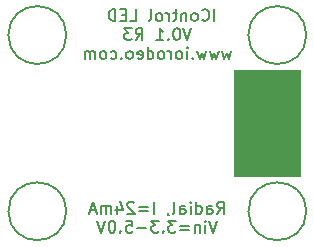
<source format=gbo>
%TF.GenerationSoftware,KiCad,Pcbnew,7.0.10-7.0.10~ubuntu22.04.1*%
%TF.CreationDate,2024-10-01T11:43:18-07:00*%
%TF.ProjectId,radial_24mA,72616469-616c-45f3-9234-6d412e6b6963,rev?*%
%TF.SameCoordinates,Original*%
%TF.FileFunction,Legend,Bot*%
%TF.FilePolarity,Positive*%
%FSLAX46Y46*%
G04 Gerber Fmt 4.6, Leading zero omitted, Abs format (unit mm)*
G04 Created by KiCad (PCBNEW 7.0.10-7.0.10~ubuntu22.04.1) date 2024-10-01 11:43:18*
%MOMM*%
%LPD*%
G01*
G04 APERTURE LIST*
%ADD10C,0.120000*%
%ADD11C,0.150000*%
G04 APERTURE END LIST*
D10*
X69202300Y-55500000D02*
X74777600Y-55500000D01*
X74777600Y-64500000D01*
X69202300Y-64500000D01*
X69202300Y-55500000D01*
G36*
X69202300Y-55500000D02*
G01*
X74777600Y-55500000D01*
X74777600Y-64500000D01*
X69202300Y-64500000D01*
X69202300Y-55500000D01*
G37*
D11*
X67771428Y-67649819D02*
X68104761Y-67173628D01*
X68342856Y-67649819D02*
X68342856Y-66649819D01*
X68342856Y-66649819D02*
X67961904Y-66649819D01*
X67961904Y-66649819D02*
X67866666Y-66697438D01*
X67866666Y-66697438D02*
X67819047Y-66745057D01*
X67819047Y-66745057D02*
X67771428Y-66840295D01*
X67771428Y-66840295D02*
X67771428Y-66983152D01*
X67771428Y-66983152D02*
X67819047Y-67078390D01*
X67819047Y-67078390D02*
X67866666Y-67126009D01*
X67866666Y-67126009D02*
X67961904Y-67173628D01*
X67961904Y-67173628D02*
X68342856Y-67173628D01*
X66914285Y-67649819D02*
X66914285Y-67126009D01*
X66914285Y-67126009D02*
X66961904Y-67030771D01*
X66961904Y-67030771D02*
X67057142Y-66983152D01*
X67057142Y-66983152D02*
X67247618Y-66983152D01*
X67247618Y-66983152D02*
X67342856Y-67030771D01*
X66914285Y-67602200D02*
X67009523Y-67649819D01*
X67009523Y-67649819D02*
X67247618Y-67649819D01*
X67247618Y-67649819D02*
X67342856Y-67602200D01*
X67342856Y-67602200D02*
X67390475Y-67506961D01*
X67390475Y-67506961D02*
X67390475Y-67411723D01*
X67390475Y-67411723D02*
X67342856Y-67316485D01*
X67342856Y-67316485D02*
X67247618Y-67268866D01*
X67247618Y-67268866D02*
X67009523Y-67268866D01*
X67009523Y-67268866D02*
X66914285Y-67221247D01*
X66009523Y-67649819D02*
X66009523Y-66649819D01*
X66009523Y-67602200D02*
X66104761Y-67649819D01*
X66104761Y-67649819D02*
X66295237Y-67649819D01*
X66295237Y-67649819D02*
X66390475Y-67602200D01*
X66390475Y-67602200D02*
X66438094Y-67554580D01*
X66438094Y-67554580D02*
X66485713Y-67459342D01*
X66485713Y-67459342D02*
X66485713Y-67173628D01*
X66485713Y-67173628D02*
X66438094Y-67078390D01*
X66438094Y-67078390D02*
X66390475Y-67030771D01*
X66390475Y-67030771D02*
X66295237Y-66983152D01*
X66295237Y-66983152D02*
X66104761Y-66983152D01*
X66104761Y-66983152D02*
X66009523Y-67030771D01*
X65533332Y-67649819D02*
X65533332Y-66983152D01*
X65533332Y-66649819D02*
X65580951Y-66697438D01*
X65580951Y-66697438D02*
X65533332Y-66745057D01*
X65533332Y-66745057D02*
X65485713Y-66697438D01*
X65485713Y-66697438D02*
X65533332Y-66649819D01*
X65533332Y-66649819D02*
X65533332Y-66745057D01*
X64628571Y-67649819D02*
X64628571Y-67126009D01*
X64628571Y-67126009D02*
X64676190Y-67030771D01*
X64676190Y-67030771D02*
X64771428Y-66983152D01*
X64771428Y-66983152D02*
X64961904Y-66983152D01*
X64961904Y-66983152D02*
X65057142Y-67030771D01*
X64628571Y-67602200D02*
X64723809Y-67649819D01*
X64723809Y-67649819D02*
X64961904Y-67649819D01*
X64961904Y-67649819D02*
X65057142Y-67602200D01*
X65057142Y-67602200D02*
X65104761Y-67506961D01*
X65104761Y-67506961D02*
X65104761Y-67411723D01*
X65104761Y-67411723D02*
X65057142Y-67316485D01*
X65057142Y-67316485D02*
X64961904Y-67268866D01*
X64961904Y-67268866D02*
X64723809Y-67268866D01*
X64723809Y-67268866D02*
X64628571Y-67221247D01*
X64009523Y-67649819D02*
X64104761Y-67602200D01*
X64104761Y-67602200D02*
X64152380Y-67506961D01*
X64152380Y-67506961D02*
X64152380Y-66649819D01*
X63580951Y-67602200D02*
X63580951Y-67649819D01*
X63580951Y-67649819D02*
X63628570Y-67745057D01*
X63628570Y-67745057D02*
X63676189Y-67792676D01*
X62390475Y-67649819D02*
X62390475Y-66649819D01*
X61914285Y-67126009D02*
X61152381Y-67126009D01*
X61152381Y-67411723D02*
X61914285Y-67411723D01*
X60723809Y-66745057D02*
X60676190Y-66697438D01*
X60676190Y-66697438D02*
X60580952Y-66649819D01*
X60580952Y-66649819D02*
X60342857Y-66649819D01*
X60342857Y-66649819D02*
X60247619Y-66697438D01*
X60247619Y-66697438D02*
X60200000Y-66745057D01*
X60200000Y-66745057D02*
X60152381Y-66840295D01*
X60152381Y-66840295D02*
X60152381Y-66935533D01*
X60152381Y-66935533D02*
X60200000Y-67078390D01*
X60200000Y-67078390D02*
X60771428Y-67649819D01*
X60771428Y-67649819D02*
X60152381Y-67649819D01*
X59295238Y-66983152D02*
X59295238Y-67649819D01*
X59533333Y-66602200D02*
X59771428Y-67316485D01*
X59771428Y-67316485D02*
X59152381Y-67316485D01*
X58771428Y-67649819D02*
X58771428Y-66983152D01*
X58771428Y-67078390D02*
X58723809Y-67030771D01*
X58723809Y-67030771D02*
X58628571Y-66983152D01*
X58628571Y-66983152D02*
X58485714Y-66983152D01*
X58485714Y-66983152D02*
X58390476Y-67030771D01*
X58390476Y-67030771D02*
X58342857Y-67126009D01*
X58342857Y-67126009D02*
X58342857Y-67649819D01*
X58342857Y-67126009D02*
X58295238Y-67030771D01*
X58295238Y-67030771D02*
X58200000Y-66983152D01*
X58200000Y-66983152D02*
X58057143Y-66983152D01*
X58057143Y-66983152D02*
X57961904Y-67030771D01*
X57961904Y-67030771D02*
X57914285Y-67126009D01*
X57914285Y-67126009D02*
X57914285Y-67649819D01*
X57485714Y-67364104D02*
X57009524Y-67364104D01*
X57580952Y-67649819D02*
X57247619Y-66649819D01*
X57247619Y-66649819D02*
X56914286Y-67649819D01*
X67771427Y-68259819D02*
X67438094Y-69259819D01*
X67438094Y-69259819D02*
X67104761Y-68259819D01*
X66771427Y-69259819D02*
X66771427Y-68593152D01*
X66771427Y-68259819D02*
X66819046Y-68307438D01*
X66819046Y-68307438D02*
X66771427Y-68355057D01*
X66771427Y-68355057D02*
X66723808Y-68307438D01*
X66723808Y-68307438D02*
X66771427Y-68259819D01*
X66771427Y-68259819D02*
X66771427Y-68355057D01*
X66295237Y-68593152D02*
X66295237Y-69259819D01*
X66295237Y-68688390D02*
X66247618Y-68640771D01*
X66247618Y-68640771D02*
X66152380Y-68593152D01*
X66152380Y-68593152D02*
X66009523Y-68593152D01*
X66009523Y-68593152D02*
X65914285Y-68640771D01*
X65914285Y-68640771D02*
X65866666Y-68736009D01*
X65866666Y-68736009D02*
X65866666Y-69259819D01*
X65390475Y-68736009D02*
X64628571Y-68736009D01*
X64628571Y-69021723D02*
X65390475Y-69021723D01*
X64247618Y-68259819D02*
X63628571Y-68259819D01*
X63628571Y-68259819D02*
X63961904Y-68640771D01*
X63961904Y-68640771D02*
X63819047Y-68640771D01*
X63819047Y-68640771D02*
X63723809Y-68688390D01*
X63723809Y-68688390D02*
X63676190Y-68736009D01*
X63676190Y-68736009D02*
X63628571Y-68831247D01*
X63628571Y-68831247D02*
X63628571Y-69069342D01*
X63628571Y-69069342D02*
X63676190Y-69164580D01*
X63676190Y-69164580D02*
X63723809Y-69212200D01*
X63723809Y-69212200D02*
X63819047Y-69259819D01*
X63819047Y-69259819D02*
X64104761Y-69259819D01*
X64104761Y-69259819D02*
X64199999Y-69212200D01*
X64199999Y-69212200D02*
X64247618Y-69164580D01*
X63199999Y-69164580D02*
X63152380Y-69212200D01*
X63152380Y-69212200D02*
X63199999Y-69259819D01*
X63199999Y-69259819D02*
X63247618Y-69212200D01*
X63247618Y-69212200D02*
X63199999Y-69164580D01*
X63199999Y-69164580D02*
X63199999Y-69259819D01*
X62819047Y-68259819D02*
X62200000Y-68259819D01*
X62200000Y-68259819D02*
X62533333Y-68640771D01*
X62533333Y-68640771D02*
X62390476Y-68640771D01*
X62390476Y-68640771D02*
X62295238Y-68688390D01*
X62295238Y-68688390D02*
X62247619Y-68736009D01*
X62247619Y-68736009D02*
X62200000Y-68831247D01*
X62200000Y-68831247D02*
X62200000Y-69069342D01*
X62200000Y-69069342D02*
X62247619Y-69164580D01*
X62247619Y-69164580D02*
X62295238Y-69212200D01*
X62295238Y-69212200D02*
X62390476Y-69259819D01*
X62390476Y-69259819D02*
X62676190Y-69259819D01*
X62676190Y-69259819D02*
X62771428Y-69212200D01*
X62771428Y-69212200D02*
X62819047Y-69164580D01*
X61771428Y-68878866D02*
X61009524Y-68878866D01*
X60057143Y-68259819D02*
X60533333Y-68259819D01*
X60533333Y-68259819D02*
X60580952Y-68736009D01*
X60580952Y-68736009D02*
X60533333Y-68688390D01*
X60533333Y-68688390D02*
X60438095Y-68640771D01*
X60438095Y-68640771D02*
X60200000Y-68640771D01*
X60200000Y-68640771D02*
X60104762Y-68688390D01*
X60104762Y-68688390D02*
X60057143Y-68736009D01*
X60057143Y-68736009D02*
X60009524Y-68831247D01*
X60009524Y-68831247D02*
X60009524Y-69069342D01*
X60009524Y-69069342D02*
X60057143Y-69164580D01*
X60057143Y-69164580D02*
X60104762Y-69212200D01*
X60104762Y-69212200D02*
X60200000Y-69259819D01*
X60200000Y-69259819D02*
X60438095Y-69259819D01*
X60438095Y-69259819D02*
X60533333Y-69212200D01*
X60533333Y-69212200D02*
X60580952Y-69164580D01*
X59580952Y-69164580D02*
X59533333Y-69212200D01*
X59533333Y-69212200D02*
X59580952Y-69259819D01*
X59580952Y-69259819D02*
X59628571Y-69212200D01*
X59628571Y-69212200D02*
X59580952Y-69164580D01*
X59580952Y-69164580D02*
X59580952Y-69259819D01*
X58914286Y-68259819D02*
X58819048Y-68259819D01*
X58819048Y-68259819D02*
X58723810Y-68307438D01*
X58723810Y-68307438D02*
X58676191Y-68355057D01*
X58676191Y-68355057D02*
X58628572Y-68450295D01*
X58628572Y-68450295D02*
X58580953Y-68640771D01*
X58580953Y-68640771D02*
X58580953Y-68878866D01*
X58580953Y-68878866D02*
X58628572Y-69069342D01*
X58628572Y-69069342D02*
X58676191Y-69164580D01*
X58676191Y-69164580D02*
X58723810Y-69212200D01*
X58723810Y-69212200D02*
X58819048Y-69259819D01*
X58819048Y-69259819D02*
X58914286Y-69259819D01*
X58914286Y-69259819D02*
X59009524Y-69212200D01*
X59009524Y-69212200D02*
X59057143Y-69164580D01*
X59057143Y-69164580D02*
X59104762Y-69069342D01*
X59104762Y-69069342D02*
X59152381Y-68878866D01*
X59152381Y-68878866D02*
X59152381Y-68640771D01*
X59152381Y-68640771D02*
X59104762Y-68450295D01*
X59104762Y-68450295D02*
X59057143Y-68355057D01*
X59057143Y-68355057D02*
X59009524Y-68307438D01*
X59009524Y-68307438D02*
X58914286Y-68259819D01*
X58295238Y-68259819D02*
X57961905Y-69259819D01*
X57961905Y-69259819D02*
X57628572Y-68259819D01*
X67533333Y-51344819D02*
X67533333Y-50344819D01*
X66485715Y-51249580D02*
X66533334Y-51297200D01*
X66533334Y-51297200D02*
X66676191Y-51344819D01*
X66676191Y-51344819D02*
X66771429Y-51344819D01*
X66771429Y-51344819D02*
X66914286Y-51297200D01*
X66914286Y-51297200D02*
X67009524Y-51201961D01*
X67009524Y-51201961D02*
X67057143Y-51106723D01*
X67057143Y-51106723D02*
X67104762Y-50916247D01*
X67104762Y-50916247D02*
X67104762Y-50773390D01*
X67104762Y-50773390D02*
X67057143Y-50582914D01*
X67057143Y-50582914D02*
X67009524Y-50487676D01*
X67009524Y-50487676D02*
X66914286Y-50392438D01*
X66914286Y-50392438D02*
X66771429Y-50344819D01*
X66771429Y-50344819D02*
X66676191Y-50344819D01*
X66676191Y-50344819D02*
X66533334Y-50392438D01*
X66533334Y-50392438D02*
X66485715Y-50440057D01*
X65914286Y-51344819D02*
X66009524Y-51297200D01*
X66009524Y-51297200D02*
X66057143Y-51249580D01*
X66057143Y-51249580D02*
X66104762Y-51154342D01*
X66104762Y-51154342D02*
X66104762Y-50868628D01*
X66104762Y-50868628D02*
X66057143Y-50773390D01*
X66057143Y-50773390D02*
X66009524Y-50725771D01*
X66009524Y-50725771D02*
X65914286Y-50678152D01*
X65914286Y-50678152D02*
X65771429Y-50678152D01*
X65771429Y-50678152D02*
X65676191Y-50725771D01*
X65676191Y-50725771D02*
X65628572Y-50773390D01*
X65628572Y-50773390D02*
X65580953Y-50868628D01*
X65580953Y-50868628D02*
X65580953Y-51154342D01*
X65580953Y-51154342D02*
X65628572Y-51249580D01*
X65628572Y-51249580D02*
X65676191Y-51297200D01*
X65676191Y-51297200D02*
X65771429Y-51344819D01*
X65771429Y-51344819D02*
X65914286Y-51344819D01*
X65152381Y-50678152D02*
X65152381Y-51344819D01*
X65152381Y-50773390D02*
X65104762Y-50725771D01*
X65104762Y-50725771D02*
X65009524Y-50678152D01*
X65009524Y-50678152D02*
X64866667Y-50678152D01*
X64866667Y-50678152D02*
X64771429Y-50725771D01*
X64771429Y-50725771D02*
X64723810Y-50821009D01*
X64723810Y-50821009D02*
X64723810Y-51344819D01*
X64390476Y-50678152D02*
X64009524Y-50678152D01*
X64247619Y-50344819D02*
X64247619Y-51201961D01*
X64247619Y-51201961D02*
X64200000Y-51297200D01*
X64200000Y-51297200D02*
X64104762Y-51344819D01*
X64104762Y-51344819D02*
X64009524Y-51344819D01*
X63676190Y-51344819D02*
X63676190Y-50678152D01*
X63676190Y-50868628D02*
X63628571Y-50773390D01*
X63628571Y-50773390D02*
X63580952Y-50725771D01*
X63580952Y-50725771D02*
X63485714Y-50678152D01*
X63485714Y-50678152D02*
X63390476Y-50678152D01*
X62914285Y-51344819D02*
X63009523Y-51297200D01*
X63009523Y-51297200D02*
X63057142Y-51249580D01*
X63057142Y-51249580D02*
X63104761Y-51154342D01*
X63104761Y-51154342D02*
X63104761Y-50868628D01*
X63104761Y-50868628D02*
X63057142Y-50773390D01*
X63057142Y-50773390D02*
X63009523Y-50725771D01*
X63009523Y-50725771D02*
X62914285Y-50678152D01*
X62914285Y-50678152D02*
X62771428Y-50678152D01*
X62771428Y-50678152D02*
X62676190Y-50725771D01*
X62676190Y-50725771D02*
X62628571Y-50773390D01*
X62628571Y-50773390D02*
X62580952Y-50868628D01*
X62580952Y-50868628D02*
X62580952Y-51154342D01*
X62580952Y-51154342D02*
X62628571Y-51249580D01*
X62628571Y-51249580D02*
X62676190Y-51297200D01*
X62676190Y-51297200D02*
X62771428Y-51344819D01*
X62771428Y-51344819D02*
X62914285Y-51344819D01*
X62009523Y-51344819D02*
X62104761Y-51297200D01*
X62104761Y-51297200D02*
X62152380Y-51201961D01*
X62152380Y-51201961D02*
X62152380Y-50344819D01*
X60390475Y-51344819D02*
X60866665Y-51344819D01*
X60866665Y-51344819D02*
X60866665Y-50344819D01*
X60057141Y-50821009D02*
X59723808Y-50821009D01*
X59580951Y-51344819D02*
X60057141Y-51344819D01*
X60057141Y-51344819D02*
X60057141Y-50344819D01*
X60057141Y-50344819D02*
X59580951Y-50344819D01*
X59152379Y-51344819D02*
X59152379Y-50344819D01*
X59152379Y-50344819D02*
X58914284Y-50344819D01*
X58914284Y-50344819D02*
X58771427Y-50392438D01*
X58771427Y-50392438D02*
X58676189Y-50487676D01*
X58676189Y-50487676D02*
X58628570Y-50582914D01*
X58628570Y-50582914D02*
X58580951Y-50773390D01*
X58580951Y-50773390D02*
X58580951Y-50916247D01*
X58580951Y-50916247D02*
X58628570Y-51106723D01*
X58628570Y-51106723D02*
X58676189Y-51201961D01*
X58676189Y-51201961D02*
X58771427Y-51297200D01*
X58771427Y-51297200D02*
X58914284Y-51344819D01*
X58914284Y-51344819D02*
X59152379Y-51344819D01*
X65580951Y-51954819D02*
X65247618Y-52954819D01*
X65247618Y-52954819D02*
X64914285Y-51954819D01*
X64390475Y-51954819D02*
X64295237Y-51954819D01*
X64295237Y-51954819D02*
X64199999Y-52002438D01*
X64199999Y-52002438D02*
X64152380Y-52050057D01*
X64152380Y-52050057D02*
X64104761Y-52145295D01*
X64104761Y-52145295D02*
X64057142Y-52335771D01*
X64057142Y-52335771D02*
X64057142Y-52573866D01*
X64057142Y-52573866D02*
X64104761Y-52764342D01*
X64104761Y-52764342D02*
X64152380Y-52859580D01*
X64152380Y-52859580D02*
X64199999Y-52907200D01*
X64199999Y-52907200D02*
X64295237Y-52954819D01*
X64295237Y-52954819D02*
X64390475Y-52954819D01*
X64390475Y-52954819D02*
X64485713Y-52907200D01*
X64485713Y-52907200D02*
X64533332Y-52859580D01*
X64533332Y-52859580D02*
X64580951Y-52764342D01*
X64580951Y-52764342D02*
X64628570Y-52573866D01*
X64628570Y-52573866D02*
X64628570Y-52335771D01*
X64628570Y-52335771D02*
X64580951Y-52145295D01*
X64580951Y-52145295D02*
X64533332Y-52050057D01*
X64533332Y-52050057D02*
X64485713Y-52002438D01*
X64485713Y-52002438D02*
X64390475Y-51954819D01*
X63628570Y-52859580D02*
X63580951Y-52907200D01*
X63580951Y-52907200D02*
X63628570Y-52954819D01*
X63628570Y-52954819D02*
X63676189Y-52907200D01*
X63676189Y-52907200D02*
X63628570Y-52859580D01*
X63628570Y-52859580D02*
X63628570Y-52954819D01*
X62628571Y-52954819D02*
X63199999Y-52954819D01*
X62914285Y-52954819D02*
X62914285Y-51954819D01*
X62914285Y-51954819D02*
X63009523Y-52097676D01*
X63009523Y-52097676D02*
X63104761Y-52192914D01*
X63104761Y-52192914D02*
X63199999Y-52240533D01*
X60866666Y-52954819D02*
X61199999Y-52478628D01*
X61438094Y-52954819D02*
X61438094Y-51954819D01*
X61438094Y-51954819D02*
X61057142Y-51954819D01*
X61057142Y-51954819D02*
X60961904Y-52002438D01*
X60961904Y-52002438D02*
X60914285Y-52050057D01*
X60914285Y-52050057D02*
X60866666Y-52145295D01*
X60866666Y-52145295D02*
X60866666Y-52288152D01*
X60866666Y-52288152D02*
X60914285Y-52383390D01*
X60914285Y-52383390D02*
X60961904Y-52431009D01*
X60961904Y-52431009D02*
X61057142Y-52478628D01*
X61057142Y-52478628D02*
X61438094Y-52478628D01*
X60533332Y-51954819D02*
X59914285Y-51954819D01*
X59914285Y-51954819D02*
X60247618Y-52335771D01*
X60247618Y-52335771D02*
X60104761Y-52335771D01*
X60104761Y-52335771D02*
X60009523Y-52383390D01*
X60009523Y-52383390D02*
X59961904Y-52431009D01*
X59961904Y-52431009D02*
X59914285Y-52526247D01*
X59914285Y-52526247D02*
X59914285Y-52764342D01*
X59914285Y-52764342D02*
X59961904Y-52859580D01*
X59961904Y-52859580D02*
X60009523Y-52907200D01*
X60009523Y-52907200D02*
X60104761Y-52954819D01*
X60104761Y-52954819D02*
X60390475Y-52954819D01*
X60390475Y-52954819D02*
X60485713Y-52907200D01*
X60485713Y-52907200D02*
X60533332Y-52859580D01*
X68938094Y-53898152D02*
X68747618Y-54564819D01*
X68747618Y-54564819D02*
X68557142Y-54088628D01*
X68557142Y-54088628D02*
X68366666Y-54564819D01*
X68366666Y-54564819D02*
X68176190Y-53898152D01*
X67890475Y-53898152D02*
X67699999Y-54564819D01*
X67699999Y-54564819D02*
X67509523Y-54088628D01*
X67509523Y-54088628D02*
X67319047Y-54564819D01*
X67319047Y-54564819D02*
X67128571Y-53898152D01*
X66842856Y-53898152D02*
X66652380Y-54564819D01*
X66652380Y-54564819D02*
X66461904Y-54088628D01*
X66461904Y-54088628D02*
X66271428Y-54564819D01*
X66271428Y-54564819D02*
X66080952Y-53898152D01*
X65699999Y-54469580D02*
X65652380Y-54517200D01*
X65652380Y-54517200D02*
X65699999Y-54564819D01*
X65699999Y-54564819D02*
X65747618Y-54517200D01*
X65747618Y-54517200D02*
X65699999Y-54469580D01*
X65699999Y-54469580D02*
X65699999Y-54564819D01*
X65223809Y-54564819D02*
X65223809Y-53898152D01*
X65223809Y-53564819D02*
X65271428Y-53612438D01*
X65271428Y-53612438D02*
X65223809Y-53660057D01*
X65223809Y-53660057D02*
X65176190Y-53612438D01*
X65176190Y-53612438D02*
X65223809Y-53564819D01*
X65223809Y-53564819D02*
X65223809Y-53660057D01*
X64604762Y-54564819D02*
X64700000Y-54517200D01*
X64700000Y-54517200D02*
X64747619Y-54469580D01*
X64747619Y-54469580D02*
X64795238Y-54374342D01*
X64795238Y-54374342D02*
X64795238Y-54088628D01*
X64795238Y-54088628D02*
X64747619Y-53993390D01*
X64747619Y-53993390D02*
X64700000Y-53945771D01*
X64700000Y-53945771D02*
X64604762Y-53898152D01*
X64604762Y-53898152D02*
X64461905Y-53898152D01*
X64461905Y-53898152D02*
X64366667Y-53945771D01*
X64366667Y-53945771D02*
X64319048Y-53993390D01*
X64319048Y-53993390D02*
X64271429Y-54088628D01*
X64271429Y-54088628D02*
X64271429Y-54374342D01*
X64271429Y-54374342D02*
X64319048Y-54469580D01*
X64319048Y-54469580D02*
X64366667Y-54517200D01*
X64366667Y-54517200D02*
X64461905Y-54564819D01*
X64461905Y-54564819D02*
X64604762Y-54564819D01*
X63842857Y-54564819D02*
X63842857Y-53898152D01*
X63842857Y-54088628D02*
X63795238Y-53993390D01*
X63795238Y-53993390D02*
X63747619Y-53945771D01*
X63747619Y-53945771D02*
X63652381Y-53898152D01*
X63652381Y-53898152D02*
X63557143Y-53898152D01*
X63080952Y-54564819D02*
X63176190Y-54517200D01*
X63176190Y-54517200D02*
X63223809Y-54469580D01*
X63223809Y-54469580D02*
X63271428Y-54374342D01*
X63271428Y-54374342D02*
X63271428Y-54088628D01*
X63271428Y-54088628D02*
X63223809Y-53993390D01*
X63223809Y-53993390D02*
X63176190Y-53945771D01*
X63176190Y-53945771D02*
X63080952Y-53898152D01*
X63080952Y-53898152D02*
X62938095Y-53898152D01*
X62938095Y-53898152D02*
X62842857Y-53945771D01*
X62842857Y-53945771D02*
X62795238Y-53993390D01*
X62795238Y-53993390D02*
X62747619Y-54088628D01*
X62747619Y-54088628D02*
X62747619Y-54374342D01*
X62747619Y-54374342D02*
X62795238Y-54469580D01*
X62795238Y-54469580D02*
X62842857Y-54517200D01*
X62842857Y-54517200D02*
X62938095Y-54564819D01*
X62938095Y-54564819D02*
X63080952Y-54564819D01*
X61890476Y-54564819D02*
X61890476Y-53564819D01*
X61890476Y-54517200D02*
X61985714Y-54564819D01*
X61985714Y-54564819D02*
X62176190Y-54564819D01*
X62176190Y-54564819D02*
X62271428Y-54517200D01*
X62271428Y-54517200D02*
X62319047Y-54469580D01*
X62319047Y-54469580D02*
X62366666Y-54374342D01*
X62366666Y-54374342D02*
X62366666Y-54088628D01*
X62366666Y-54088628D02*
X62319047Y-53993390D01*
X62319047Y-53993390D02*
X62271428Y-53945771D01*
X62271428Y-53945771D02*
X62176190Y-53898152D01*
X62176190Y-53898152D02*
X61985714Y-53898152D01*
X61985714Y-53898152D02*
X61890476Y-53945771D01*
X61033333Y-54517200D02*
X61128571Y-54564819D01*
X61128571Y-54564819D02*
X61319047Y-54564819D01*
X61319047Y-54564819D02*
X61414285Y-54517200D01*
X61414285Y-54517200D02*
X61461904Y-54421961D01*
X61461904Y-54421961D02*
X61461904Y-54041009D01*
X61461904Y-54041009D02*
X61414285Y-53945771D01*
X61414285Y-53945771D02*
X61319047Y-53898152D01*
X61319047Y-53898152D02*
X61128571Y-53898152D01*
X61128571Y-53898152D02*
X61033333Y-53945771D01*
X61033333Y-53945771D02*
X60985714Y-54041009D01*
X60985714Y-54041009D02*
X60985714Y-54136247D01*
X60985714Y-54136247D02*
X61461904Y-54231485D01*
X60414285Y-54564819D02*
X60509523Y-54517200D01*
X60509523Y-54517200D02*
X60557142Y-54469580D01*
X60557142Y-54469580D02*
X60604761Y-54374342D01*
X60604761Y-54374342D02*
X60604761Y-54088628D01*
X60604761Y-54088628D02*
X60557142Y-53993390D01*
X60557142Y-53993390D02*
X60509523Y-53945771D01*
X60509523Y-53945771D02*
X60414285Y-53898152D01*
X60414285Y-53898152D02*
X60271428Y-53898152D01*
X60271428Y-53898152D02*
X60176190Y-53945771D01*
X60176190Y-53945771D02*
X60128571Y-53993390D01*
X60128571Y-53993390D02*
X60080952Y-54088628D01*
X60080952Y-54088628D02*
X60080952Y-54374342D01*
X60080952Y-54374342D02*
X60128571Y-54469580D01*
X60128571Y-54469580D02*
X60176190Y-54517200D01*
X60176190Y-54517200D02*
X60271428Y-54564819D01*
X60271428Y-54564819D02*
X60414285Y-54564819D01*
X59652380Y-54469580D02*
X59604761Y-54517200D01*
X59604761Y-54517200D02*
X59652380Y-54564819D01*
X59652380Y-54564819D02*
X59699999Y-54517200D01*
X59699999Y-54517200D02*
X59652380Y-54469580D01*
X59652380Y-54469580D02*
X59652380Y-54564819D01*
X58747619Y-54517200D02*
X58842857Y-54564819D01*
X58842857Y-54564819D02*
X59033333Y-54564819D01*
X59033333Y-54564819D02*
X59128571Y-54517200D01*
X59128571Y-54517200D02*
X59176190Y-54469580D01*
X59176190Y-54469580D02*
X59223809Y-54374342D01*
X59223809Y-54374342D02*
X59223809Y-54088628D01*
X59223809Y-54088628D02*
X59176190Y-53993390D01*
X59176190Y-53993390D02*
X59128571Y-53945771D01*
X59128571Y-53945771D02*
X59033333Y-53898152D01*
X59033333Y-53898152D02*
X58842857Y-53898152D01*
X58842857Y-53898152D02*
X58747619Y-53945771D01*
X58176190Y-54564819D02*
X58271428Y-54517200D01*
X58271428Y-54517200D02*
X58319047Y-54469580D01*
X58319047Y-54469580D02*
X58366666Y-54374342D01*
X58366666Y-54374342D02*
X58366666Y-54088628D01*
X58366666Y-54088628D02*
X58319047Y-53993390D01*
X58319047Y-53993390D02*
X58271428Y-53945771D01*
X58271428Y-53945771D02*
X58176190Y-53898152D01*
X58176190Y-53898152D02*
X58033333Y-53898152D01*
X58033333Y-53898152D02*
X57938095Y-53945771D01*
X57938095Y-53945771D02*
X57890476Y-53993390D01*
X57890476Y-53993390D02*
X57842857Y-54088628D01*
X57842857Y-54088628D02*
X57842857Y-54374342D01*
X57842857Y-54374342D02*
X57890476Y-54469580D01*
X57890476Y-54469580D02*
X57938095Y-54517200D01*
X57938095Y-54517200D02*
X58033333Y-54564819D01*
X58033333Y-54564819D02*
X58176190Y-54564819D01*
X57414285Y-54564819D02*
X57414285Y-53898152D01*
X57414285Y-53993390D02*
X57366666Y-53945771D01*
X57366666Y-53945771D02*
X57271428Y-53898152D01*
X57271428Y-53898152D02*
X57128571Y-53898152D01*
X57128571Y-53898152D02*
X57033333Y-53945771D01*
X57033333Y-53945771D02*
X56985714Y-54041009D01*
X56985714Y-54041009D02*
X56985714Y-54564819D01*
X56985714Y-54041009D02*
X56938095Y-53945771D01*
X56938095Y-53945771D02*
X56842857Y-53898152D01*
X56842857Y-53898152D02*
X56700000Y-53898152D01*
X56700000Y-53898152D02*
X56604761Y-53945771D01*
X56604761Y-53945771D02*
X56557142Y-54041009D01*
X56557142Y-54041009D02*
X56557142Y-54564819D01*
%TO.C,M1*%
X54990000Y-52540000D02*
G75*
G03*
X50090000Y-52540000I-2450000J0D01*
G01*
X50090000Y-52540000D02*
G75*
G03*
X54990000Y-52540000I2450000J0D01*
G01*
%TO.C,M2*%
X75310000Y-52540000D02*
G75*
G03*
X70410000Y-52540000I-2450000J0D01*
G01*
X70410000Y-52540000D02*
G75*
G03*
X75310000Y-52540000I2450000J0D01*
G01*
%TO.C,M3*%
X75310000Y-67460000D02*
G75*
G03*
X70410000Y-67460000I-2450000J0D01*
G01*
X70410000Y-67460000D02*
G75*
G03*
X75310000Y-67460000I2450000J0D01*
G01*
%TO.C,M4*%
X54990000Y-67460000D02*
G75*
G03*
X50090000Y-67460000I-2450000J0D01*
G01*
X50090000Y-67460000D02*
G75*
G03*
X54990000Y-67460000I2450000J0D01*
G01*
%TD*%
M02*

</source>
